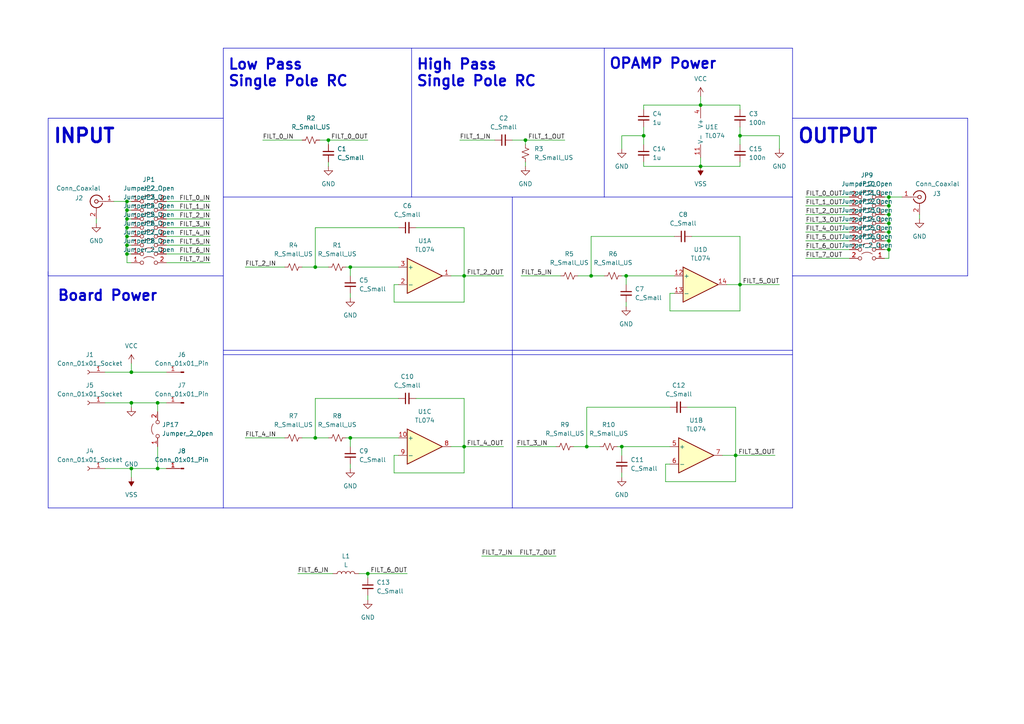
<source format=kicad_sch>
(kicad_sch (version 20230121) (generator eeschema)
  (paper "A4")
  (lib_symbols
    (symbol "Amplifier_Operational:TL074" (pin_names (offset 0.127))
      (property "Reference" "U" (at 0 5.08 0))
      (property "Value" "TL074" (at 0 -5.08 0))
      (symbol "TL074_1_1"
        (polyline (pts (xy -5.08 5.08) (xy 5.08 0) (xy -5.08 -5.08) (xy -5.08 5.08)) (stroke (width 0.254)) (fill (type background)))
        (pin output line (at 7.62 0 180) (length 2.54) (name "~") (number "1"))
        (pin input line (at -7.62 -2.54 0) (length 2.54) (name "-") (number "2"))
        (pin input line (at -7.62 2.54 0) (length 2.54) (name "+") (number "3"))
      )
      (symbol "TL074_2_1"
        (polyline (pts (xy -5.08 5.08) (xy 5.08 0) (xy -5.08 -5.08) (xy -5.08 5.08)) (stroke (width 0.254)) (fill (type background)))
        (pin input line (at -7.62 2.54 0) (length 2.54) (name "+") (number "5"))
        (pin input line (at -7.62 -2.54 0) (length 2.54) (name "-") (number "6"))
        (pin output line (at 7.62 0 180) (length 2.54) (name "~") (number "7"))
      )
      (symbol "TL074_3_1"
        (polyline (pts (xy -5.08 5.08) (xy 5.08 0) (xy -5.08 -5.08) (xy -5.08 5.08)) (stroke (width 0.254)) (fill (type background)))
        (pin input line (at -7.62 2.54 0) (length 2.54) (name "+") (number "10"))
        (pin output line (at 7.62 0 180) (length 2.54) (name "~") (number "8"))
        (pin input line (at -7.62 -2.54 0) (length 2.54) (name "-") (number "9"))
      )
      (symbol "TL074_4_1"
        (polyline (pts (xy -5.08 5.08) (xy 5.08 0) (xy -5.08 -5.08) (xy -5.08 5.08)) (stroke (width 0.254)) (fill (type background)))
        (pin input line (at -7.62 2.54 0) (length 2.54) (name "+") (number "12"))
        (pin input line (at -7.62 -2.54 0) (length 2.54) (name "-") (number "13"))
        (pin output line (at 7.62 0 180) (length 2.54) (name "~") (number "14"))
      )
      (symbol "TL074_5_1"
        (pin power_in line (at -2.54 -7.62 90) (length 3.81) (name "V-") (number "11"))
        (pin power_in line (at -2.54 7.62 270) (length 3.81) (name "V+") (number "4"))
      )
    )
    (symbol "Connector:Conn_01x01_Pin" (pin_names (offset 1.016) hide)
      (property "Reference" "J" (at 0 2.54 0))
      (property "Value" "Conn_01x01_Pin" (at 0 -2.54 0))
      (symbol "Conn_01x01_Pin_1_1"
        (polyline (pts (xy 1.27 0) (xy 0.8636 0)) (stroke (width 0.1524)))
        (rectangle (start 0.8636 0.127) (end 0 -0.127) (stroke (width 0.1524)) (fill (type outline)))
        (pin passive line (at 5.08 0 180) (length 3.81) (name "Pin_1") (number "1"))
      )
    )
    (symbol "Connector:Conn_01x01_Socket" (pin_names (offset 1.016) hide)
      (property "Reference" "J" (at 0 2.54 0))
      (property "Value" "Conn_01x01_Socket" (at 0 -2.54 0))
      (symbol "Conn_01x01_Socket_1_1"
        (polyline (pts (xy -1.27 0) (xy -0.508 0)) (stroke (width 0.1524)))
        (arc (start 0 0.508) (mid -0.5058 0) (end 0 -0.508) (stroke (width 0.1524)))
        (pin passive line (at -5.08 0 0) (length 3.81) (name "Pin_1") (number "1"))
      )
    )
    (symbol "Connector:Conn_Coaxial" (pin_names (offset 1.016) hide)
      (property "Reference" "J" (at 0.254 3.048 0))
      (property "Value" "Conn_Coaxial" (at 2.921 0 90))
      (symbol "Conn_Coaxial_0_1"
        (arc (start -1.778 -0.508) (mid 0.2311 -1.8066) (end 1.778 0) (stroke (width 0.254)))
        (polyline (pts (xy -2.54 0) (xy -0.508 0)))
        (polyline (pts (xy 0 -2.54) (xy 0 -1.778)))
        (circle (center 0 0) (radius 0.508) (stroke (width 0.2032)))
        (arc (start 1.778 0) (mid 0.2099 1.8101) (end -1.778 0.508) (stroke (width 0.254)))
      )
      (symbol "Conn_Coaxial_1_1"
        (pin passive line (at -5.08 0 0) (length 2.54) (name "In") (number "1"))
        (pin passive line (at 0 -5.08 90) (length 2.54) (name "Ext") (number "2"))
      )
    )
    (symbol "Device:C_Small" (pin_numbers hide) (pin_names (offset 0.254) hide)
      (property "Reference" "C" (at 0.254 1.778 0))
      (property "Value" "C_Small" (at 0.254 -2.032 0))
      (symbol "C_Small_0_1"
        (polyline (pts (xy -1.524 -0.508) (xy 1.524 -0.508)) (stroke (width 0.3302)))
        (polyline (pts (xy -1.524 0.508) (xy 1.524 0.508)) (stroke (width 0.3048)))
      )
      (symbol "C_Small_1_1"
        (pin passive line (at 0 2.54 270) (length 2.032) (name "~") (number "1"))
        (pin passive line (at 0 -2.54 90) (length 2.032) (name "~") (number "2"))
      )
    )
    (symbol "Device:L" (pin_numbers hide) (pin_names (offset 1.016) hide)
      (property "Reference" "L" (at -1.27 0 90))
      (property "Value" "L" (at 1.905 0 90))
      (symbol "L_0_1"
        (arc (start 0 -2.54) (mid 0.6323 -1.905) (end 0 -1.27))
        (arc (start 0 -1.27) (mid 0.6323 -0.635) (end 0 0))
        (arc (start 0 0) (mid 0.6323 0.635) (end 0 1.27))
        (arc (start 0 1.27) (mid 0.6323 1.905) (end 0 2.54))
      )
      (symbol "L_1_1"
        (pin passive line (at 0 3.81 270) (length 1.27) (name "1") (number "1"))
        (pin passive line (at 0 -3.81 90) (length 1.27) (name "2") (number "2"))
      )
    )
    (symbol "Device:R_Small_US" (pin_numbers hide) (pin_names (offset 0.254) hide)
      (property "Reference" "R" (at 0.762 0.508 0))
      (property "Value" "R_Small_US" (at 0.762 -1.016 0))
      (symbol "R_Small_US_1_1"
        (polyline (pts (xy 0 0) (xy 1.016 -0.381) (xy 0 -0.762) (xy -1.016 -1.143) (xy 0 -1.524)))
        (polyline (pts (xy 0 1.524) (xy 1.016 1.143) (xy 0 0.762) (xy -1.016 0.381) (xy 0 0)))
        (pin passive line (at 0 2.54 270) (length 1.016) (name "~") (number "1"))
        (pin passive line (at 0 -2.54 90) (length 1.016) (name "~") (number "2"))
      )
    )
    (symbol "Jumper:Jumper_2_Open" (pin_names (offset 0) hide)
      (property "Reference" "JP" (at 0 2.794 0))
      (property "Value" "Jumper_2_Open" (at 0 -2.286 0))
      (symbol "Jumper_2_Open_0_0"
        (circle (center -2.032 0) (radius 0.508))
        (circle (center 2.032 0) (radius 0.508))
      )
      (symbol "Jumper_2_Open_0_1"
        (arc (start 1.524 1.27) (mid 0 1.778) (end -1.524 1.27))
      )
      (symbol "Jumper_2_Open_1_1"
        (pin passive line (at -5.08 0 0) (length 2.54) (name "A") (number "1"))
        (pin passive line (at 5.08 0 180) (length 2.54) (name "B") (number "2"))
      )
    )
    (symbol "power:GND" (power) (pin_names (offset 0))
      (property "Value" "GND" (at 0 -3.81 0))
      (symbol "GND_0_1"
        (polyline (pts (xy 0 0) (xy 0 -1.27) (xy 1.27 -1.27) (xy 0 -2.54) (xy -1.27 -1.27) (xy 0 -1.27)))
      )
      (symbol "GND_1_1"
        (pin power_in line (at 0 0 270) (length 0) hide (name "GND") (number "1"))
      )
    )
    (symbol "power:VCC" (power) (pin_names (offset 0))
      (property "Value" "VCC" (at 0 3.81 0))
      (symbol "VCC_0_1"
        (polyline (pts (xy -0.762 1.27) (xy 0 2.54)))
        (polyline (pts (xy 0 0) (xy 0 2.54)))
        (polyline (pts (xy 0 2.54) (xy 0.762 1.27)))
      )
      (symbol "VCC_1_1"
        (pin power_in line (at 0 0 90) (length 0) hide (name "VCC") (number "1"))
      )
    )
    (symbol "power:VSS" (power) (pin_names (offset 0))
      (property "Value" "VSS" (at 0 3.81 0))
      (symbol "VSS_0_1"
        (polyline (pts (xy 0 0) (xy 0 2.54)))
        (polyline (pts (xy 0.762 1.27) (xy -0.762 1.27) (xy 0 2.54) (xy 0.762 1.27)) (fill (type outline)))
      )
      (symbol "VSS_1_1"
        (pin power_in line (at 0 0 90) (length 0) hide (name "VSS") (number "1"))
      )
    )
  )
  (junction (at 257.81 69.85))
  (junction (at 203.2 30.48))
  (junction (at 180.34 129.54))
  (junction (at 38.1 107.95))
  (junction (at 257.81 57.15))
  (junction (at 257.81 72.39))
  (junction (at 45.72 116.84))
  (junction (at 36.83 71.12))
  (junction (at 101.6 127))
  (junction (at 214.63 39.37))
  (junction (at 214.63 82.55))
  (junction (at 36.83 68.58))
  (junction (at 203.2 48.26))
  (junction (at 257.81 64.77))
  (junction (at 38.1 116.84))
  (junction (at 134.62 129.54))
  (junction (at 257.81 67.31))
  (junction (at 134.62 80.01))
  (junction (at 152.4 40.64))
  (junction (at 36.83 58.42))
  (junction (at 36.83 60.96))
  (junction (at 213.36 132.08))
  (junction (at 91.44 77.47))
  (junction (at 91.44 127))
  (junction (at 101.6 77.47))
  (junction (at 257.81 62.23))
  (junction (at 45.72 135.89))
  (junction (at 36.83 63.5))
  (junction (at 36.83 73.66))
  (junction (at 181.61 80.01))
  (junction (at 95.25 40.64))
  (junction (at 170.18 129.54))
  (junction (at 257.81 59.69))
  (junction (at 186.69 39.37))
  (junction (at 36.83 66.04))
  (junction (at 38.1 135.89))
  (junction (at 106.68 166.37))
  (junction (at 171.45 80.01))
  (wire (pts (xy 139.7 161.29) (xy 161.29 161.29)))
  (wire (pts (xy 257.81 59.69) (xy 256.54 59.69)))
  (wire (pts (xy 233.68 72.39) (xy 246.38 72.39)))
  (wire (pts (xy 226.06 39.37) (xy 214.63 39.37)))
  (wire (pts (xy 186.69 30.48) (xy 186.69 31.75)))
  (wire (pts (xy 60.96 66.04) (xy 48.26 66.04)))
  (wire (pts (xy 213.36 139.7) (xy 213.36 132.08)))
  (wire (pts (xy 226.06 43.18) (xy 226.06 39.37)))
  (wire (pts (xy 45.72 116.84) (xy 48.26 116.84)))
  (wire (pts (xy 152.4 46.99) (xy 152.4 48.26)))
  (wire (pts (xy 233.68 67.31) (xy 246.38 67.31)))
  (wire (pts (xy 106.68 166.37) (xy 118.11 166.37)))
  (wire (pts (xy 180.34 137.16) (xy 180.34 138.43)))
  (wire (pts (xy 71.12 127) (xy 82.55 127)))
  (wire (pts (xy 91.44 66.04) (xy 91.44 77.47)))
  (wire (pts (xy 36.83 58.42) (xy 36.83 60.96)))
  (wire (pts (xy 101.6 77.47) (xy 101.6 80.01)))
  (wire (pts (xy 257.81 64.77) (xy 256.54 64.77)))
  (polyline (pts (xy 229.87 147.32) (xy 229.87 80.01)))
  (wire (pts (xy 214.63 90.17) (xy 214.63 82.55)))
  (wire (pts (xy 203.2 30.48) (xy 214.63 30.48)))
  (wire (pts (xy 36.83 71.12) (xy 38.1 71.12)))
  (wire (pts (xy 133.35 40.64) (xy 143.51 40.64)))
  (wire (pts (xy 181.61 87.63) (xy 181.61 88.9)))
  (polyline (pts (xy 64.77 101.6) (xy 229.87 101.6)))
  (wire (pts (xy 180.34 43.18) (xy 180.34 39.37)))
  (wire (pts (xy 60.96 60.96) (xy 48.26 60.96)))
  (wire (pts (xy 100.33 77.47) (xy 101.6 77.47)))
  (wire (pts (xy 36.83 68.58) (xy 36.83 71.12)))
  (wire (pts (xy 233.68 64.77) (xy 246.38 64.77)))
  (wire (pts (xy 180.34 80.01) (xy 181.61 80.01)))
  (polyline (pts (xy 64.77 13.97) (xy 119.38 13.97)))
  (wire (pts (xy 200.66 68.58) (xy 214.63 68.58)))
  (wire (pts (xy 38.1 116.84) (xy 45.72 116.84)))
  (wire (pts (xy 180.34 39.37) (xy 186.69 39.37)))
  (wire (pts (xy 134.62 137.16) (xy 134.62 129.54)))
  (wire (pts (xy 36.83 71.12) (xy 36.83 73.66)))
  (polyline (pts (xy 13.97 147.32) (xy 13.97 78.74)))
  (wire (pts (xy 149.86 129.54) (xy 161.29 129.54)))
  (polyline (pts (xy 229.87 34.29) (xy 280.67 34.29)))
  (wire (pts (xy 195.58 68.58) (xy 171.45 68.58)))
  (wire (pts (xy 233.68 57.15) (xy 246.38 57.15)))
  (wire (pts (xy 214.63 82.55) (xy 226.06 82.55)))
  (wire (pts (xy 181.61 80.01) (xy 195.58 80.01)))
  (wire (pts (xy 36.83 60.96) (xy 38.1 60.96)))
  (wire (pts (xy 257.81 69.85) (xy 256.54 69.85)))
  (wire (pts (xy 180.34 129.54) (xy 194.31 129.54)))
  (wire (pts (xy 87.63 77.47) (xy 91.44 77.47)))
  (wire (pts (xy 203.2 27.94) (xy 203.2 30.48)))
  (wire (pts (xy 166.37 129.54) (xy 170.18 129.54)))
  (wire (pts (xy 214.63 39.37) (xy 214.63 41.91)))
  (polyline (pts (xy 64.77 102.87) (xy 229.87 102.87)))
  (wire (pts (xy 30.48 107.95) (xy 38.1 107.95)))
  (wire (pts (xy 101.6 127) (xy 115.57 127)))
  (wire (pts (xy 266.7 62.23) (xy 266.7 63.5)))
  (wire (pts (xy 257.81 64.77) (xy 257.81 67.31)))
  (wire (pts (xy 60.96 71.12) (xy 48.26 71.12)))
  (wire (pts (xy 92.71 40.64) (xy 95.25 40.64)))
  (wire (pts (xy 36.83 68.58) (xy 38.1 68.58)))
  (wire (pts (xy 33.02 58.42) (xy 36.83 58.42)))
  (wire (pts (xy 214.63 82.55) (xy 210.82 82.55)))
  (wire (pts (xy 45.72 129.54) (xy 45.72 135.89)))
  (wire (pts (xy 186.69 39.37) (xy 186.69 41.91)))
  (wire (pts (xy 71.12 77.47) (xy 82.55 77.47)))
  (wire (pts (xy 36.83 73.66) (xy 36.83 76.2)))
  (wire (pts (xy 115.57 66.04) (xy 91.44 66.04)))
  (wire (pts (xy 257.81 67.31) (xy 256.54 67.31)))
  (wire (pts (xy 115.57 82.55) (xy 114.3 82.55)))
  (wire (pts (xy 261.62 57.15) (xy 257.81 57.15)))
  (polyline (pts (xy 119.38 13.97) (xy 175.26 13.97)))
  (wire (pts (xy 91.44 115.57) (xy 91.44 127)))
  (wire (pts (xy 30.48 116.84) (xy 38.1 116.84)))
  (wire (pts (xy 257.81 69.85) (xy 257.81 72.39)))
  (wire (pts (xy 152.4 40.64) (xy 163.83 40.64)))
  (wire (pts (xy 60.96 68.58) (xy 48.26 68.58)))
  (wire (pts (xy 114.3 137.16) (xy 134.62 137.16)))
  (wire (pts (xy 36.83 63.5) (xy 38.1 63.5)))
  (wire (pts (xy 151.13 80.01) (xy 162.56 80.01)))
  (wire (pts (xy 257.81 74.93) (xy 256.54 74.93)))
  (wire (pts (xy 186.69 36.83) (xy 186.69 39.37)))
  (polyline (pts (xy 175.26 13.97) (xy 175.26 57.15)))
  (wire (pts (xy 100.33 127) (xy 101.6 127)))
  (wire (pts (xy 38.1 107.95) (xy 38.1 105.41)))
  (wire (pts (xy 106.68 167.64) (xy 106.68 166.37)))
  (wire (pts (xy 36.83 58.42) (xy 38.1 58.42)))
  (wire (pts (xy 179.07 129.54) (xy 180.34 129.54)))
  (wire (pts (xy 233.68 59.69) (xy 246.38 59.69)))
  (wire (pts (xy 120.65 115.57) (xy 134.62 115.57)))
  (polyline (pts (xy 64.77 147.32) (xy 13.97 147.32)))
  (polyline (pts (xy 229.87 34.29) (xy 229.87 80.01)))
  (polyline (pts (xy 148.59 57.15) (xy 148.59 147.32)))
  (wire (pts (xy 120.65 66.04) (xy 134.62 66.04)))
  (polyline (pts (xy 148.59 147.32) (xy 64.77 147.32)))
  (wire (pts (xy 214.63 68.58) (xy 214.63 82.55)))
  (wire (pts (xy 152.4 41.91) (xy 152.4 40.64)))
  (polyline (pts (xy 175.26 57.15) (xy 119.38 57.15)))
  (wire (pts (xy 134.62 115.57) (xy 134.62 129.54)))
  (wire (pts (xy 257.81 72.39) (xy 256.54 72.39)))
  (wire (pts (xy 134.62 129.54) (xy 130.81 129.54)))
  (wire (pts (xy 114.3 87.63) (xy 134.62 87.63)))
  (wire (pts (xy 114.3 82.55) (xy 114.3 87.63)))
  (wire (pts (xy 148.59 40.64) (xy 152.4 40.64)))
  (wire (pts (xy 101.6 134.62) (xy 101.6 135.89)))
  (wire (pts (xy 214.63 48.26) (xy 203.2 48.26)))
  (wire (pts (xy 115.57 115.57) (xy 91.44 115.57)))
  (wire (pts (xy 257.81 57.15) (xy 256.54 57.15)))
  (polyline (pts (xy 229.87 13.97) (xy 229.87 34.29)))
  (wire (pts (xy 181.61 80.01) (xy 181.61 82.55)))
  (polyline (pts (xy 175.26 57.15) (xy 229.87 57.15)))
  (wire (pts (xy 195.58 85.09) (xy 194.31 85.09)))
  (wire (pts (xy 257.81 62.23) (xy 257.81 64.77)))
  (polyline (pts (xy 175.26 13.97) (xy 229.87 13.97)))
  (wire (pts (xy 36.83 73.66) (xy 38.1 73.66)))
  (polyline (pts (xy 13.97 80.01) (xy 13.97 34.29)))
  (wire (pts (xy 134.62 80.01) (xy 130.81 80.01)))
  (wire (pts (xy 257.81 57.15) (xy 257.81 59.69)))
  (polyline (pts (xy 64.77 34.29) (xy 64.77 13.97)))
  (polyline (pts (xy 64.77 147.32) (xy 64.77 80.01)))
  (wire (pts (xy 27.94 63.5) (xy 27.94 64.77)))
  (wire (pts (xy 38.1 135.89) (xy 45.72 135.89)))
  (polyline (pts (xy 13.97 34.29) (xy 15.24 34.29)))
  (wire (pts (xy 199.39 118.11) (xy 213.36 118.11)))
  (wire (pts (xy 45.72 116.84) (xy 45.72 119.38)))
  (wire (pts (xy 134.62 66.04) (xy 134.62 80.01)))
  (polyline (pts (xy 148.59 147.32) (xy 229.87 147.32)))
  (wire (pts (xy 170.18 118.11) (xy 170.18 129.54)))
  (wire (pts (xy 106.68 172.72) (xy 106.68 173.99)))
  (wire (pts (xy 194.31 118.11) (xy 170.18 118.11)))
  (wire (pts (xy 36.83 66.04) (xy 38.1 66.04)))
  (wire (pts (xy 257.81 59.69) (xy 257.81 62.23)))
  (wire (pts (xy 167.64 80.01) (xy 171.45 80.01)))
  (wire (pts (xy 214.63 30.48) (xy 214.63 31.75)))
  (wire (pts (xy 101.6 77.47) (xy 115.57 77.47)))
  (wire (pts (xy 171.45 80.01) (xy 175.26 80.01)))
  (wire (pts (xy 60.96 76.2) (xy 48.26 76.2)))
  (polyline (pts (xy 280.67 80.01) (xy 229.87 80.01)))
  (wire (pts (xy 87.63 127) (xy 91.44 127)))
  (wire (pts (xy 193.04 134.62) (xy 193.04 139.7)))
  (wire (pts (xy 180.34 129.54) (xy 180.34 132.08)))
  (wire (pts (xy 257.81 72.39) (xy 257.81 74.93)))
  (polyline (pts (xy 15.24 34.29) (xy 64.77 34.29)))
  (wire (pts (xy 95.25 46.99) (xy 95.25 48.26)))
  (wire (pts (xy 186.69 46.99) (xy 186.69 48.26)))
  (wire (pts (xy 36.83 66.04) (xy 36.83 68.58)))
  (wire (pts (xy 186.69 30.48) (xy 203.2 30.48)))
  (wire (pts (xy 91.44 77.47) (xy 95.25 77.47)))
  (wire (pts (xy 115.57 132.08) (xy 114.3 132.08)))
  (polyline (pts (xy 119.38 13.97) (xy 119.38 57.15)))
  (wire (pts (xy 95.25 41.91) (xy 95.25 40.64)))
  (wire (pts (xy 233.68 74.93) (xy 246.38 74.93)))
  (wire (pts (xy 76.2 40.64) (xy 87.63 40.64)))
  (wire (pts (xy 213.36 118.11) (xy 213.36 132.08)))
  (wire (pts (xy 38.1 116.84) (xy 38.1 118.11)))
  (wire (pts (xy 60.96 73.66) (xy 48.26 73.66)))
  (polyline (pts (xy 280.67 34.29) (xy 280.67 80.01)))
  (wire (pts (xy 193.04 139.7) (xy 213.36 139.7)))
  (wire (pts (xy 257.81 67.31) (xy 257.81 69.85)))
  (wire (pts (xy 233.68 62.23) (xy 246.38 62.23)))
  (wire (pts (xy 36.83 76.2) (xy 38.1 76.2)))
  (wire (pts (xy 30.48 135.89) (xy 38.1 135.89)))
  (wire (pts (xy 214.63 39.37) (xy 214.63 36.83)))
  (wire (pts (xy 36.83 60.96) (xy 36.83 63.5)))
  (wire (pts (xy 86.36 166.37) (xy 96.52 166.37)))
  (wire (pts (xy 213.36 132.08) (xy 224.79 132.08)))
  (wire (pts (xy 114.3 132.08) (xy 114.3 137.16)))
  (wire (pts (xy 91.44 127) (xy 95.25 127)))
  (wire (pts (xy 60.96 63.5) (xy 48.26 63.5)))
  (wire (pts (xy 194.31 134.62) (xy 193.04 134.62)))
  (wire (pts (xy 213.36 132.08) (xy 209.55 132.08)))
  (wire (pts (xy 36.83 63.5) (xy 36.83 66.04)))
  (wire (pts (xy 38.1 138.43) (xy 38.1 135.89)))
  (wire (pts (xy 203.2 48.26) (xy 186.69 48.26)))
  (polyline (pts (xy 64.77 80.01) (xy 13.97 80.01)))
  (wire (pts (xy 170.18 129.54) (xy 173.99 129.54)))
  (wire (pts (xy 134.62 129.54) (xy 146.05 129.54)))
  (wire (pts (xy 101.6 85.09) (xy 101.6 86.36)))
  (wire (pts (xy 194.31 85.09) (xy 194.31 90.17)))
  (polyline (pts (xy 64.77 34.29) (xy 64.77 80.01)))
  (polyline (pts (xy 119.38 57.15) (xy 64.77 57.15)))
  (wire (pts (xy 257.81 62.23) (xy 256.54 62.23)))
  (wire (pts (xy 171.45 68.58) (xy 171.45 80.01)))
  (wire (pts (xy 45.72 135.89) (xy 48.26 135.89)))
  (wire (pts (xy 60.96 58.42) (xy 48.26 58.42)))
  (wire (pts (xy 134.62 87.63) (xy 134.62 80.01)))
  (wire (pts (xy 95.25 40.64) (xy 106.68 40.64)))
  (wire (pts (xy 38.1 107.95) (xy 48.26 107.95)))
  (wire (pts (xy 134.62 80.01) (xy 146.05 80.01)))
  (wire (pts (xy 104.14 166.37) (xy 106.68 166.37)))
  (wire (pts (xy 233.68 69.85) (xy 246.38 69.85)))
  (wire (pts (xy 194.31 90.17) (xy 214.63 90.17)))
  (wire (pts (xy 214.63 46.99) (xy 214.63 48.26)))
  (wire (pts (xy 203.2 45.72) (xy 203.2 48.26)))
  (wire (pts (xy 101.6 127) (xy 101.6 129.54)))
  (text "High Pass\nSingle Pole RC" (at 120.65 25.4 0) (effects (font (size 3 3) bold) (justify left bottom)))
  (text "Low Pass\nSingle Pole RC" (at 66.04 25.4 0) (effects (font (size 3 3) bold) (justify left bottom)))
  (text "OPAMP Power" (at 176.53 20.32 0) (effects (font (size 3 3) (thickness 0.6) bold) (justify left bottom)))
  (text "OUTPUT" (at 231.14 41.91 0) (effects (font (size 4 4) (thickness 0.8) bold) (justify left bottom)))
  (text "Board Power" (at 16.51 87.63 0) (effects (font (size 3 3) bold) (justify left bottom)))
  (text "INPUT" (at 15.24 41.91 0) (effects (font (size 4 4) (thickness 0.8) bold) (justify left bottom)))
  (label "FILT_6_IN" (at 86.36 166.37 0))
  (label "FILT_7_IN" (at 60.96 76.2 180))
  (label "FILT_3_IN" (at 149.86 129.54 0))
  (label "FILT_2_IN" (at 71.12 77.47 0))
  (label "FILT_5_OUT" (at 226.06 82.55 180))
  (label "FILT_5_IN" (at 151.13 80.01 0))
  (label "FILT_0_IN" (at 76.2 40.64 0))
  (label "FILT_4_IN" (at 71.12 127 0))
  (label "FILT_6_IN" (at 60.96 73.66 180))
  (label "FILT_3_OUT" (at 233.68 64.77 0))
  (label "FILT_7_IN" (at 139.7 161.29 0))
  (label "FILT_1_IN" (at 133.35 40.64 0))
  (label "FILT_4_OUT" (at 146.05 129.54 180))
  (label "FILT_4_IN" (at 60.96 68.58 180))
  (label "FILT_6_OUT" (at 233.68 72.39 0))
  (label "FILT_2_OUT" (at 146.05 80.01 180))
  (label "FILT_2_OUT" (at 233.68 62.23 0))
  (label "FILT_5_OUT" (at 233.68 69.85 0))
  (label "FILT_6_OUT" (at 118.11 166.37 180))
  (label "FILT_1_OUT" (at 233.68 59.69 0))
  (label "FILT_0_IN" (at 60.96 58.42 180))
  (label "FILT_3_OUT" (at 224.79 132.08 180))
  (label "FILT_1_OUT" (at 163.83 40.64 180))
  (label "FILT_5_IN" (at 60.96 71.12 180))
  (label "FILT_2_IN" (at 60.96 63.5 180))
  (label "FILT_3_IN" (at 60.96 66.04 180))
  (label "FILT_1_IN" (at 60.96 60.96 180))
  (label "FILT_4_OUT" (at 233.68 67.31 0))
  (label "FILT_0_OUT" (at 106.68 40.64 180))
  (label "FILT_7_OUT" (at 233.68 74.93 0))
  (label "FILT_7_OUT" (at 161.29 161.29 180))
  (label "FILT_0_OUT" (at 233.68 57.15 0))
  (symbol (lib_id "power:GND") (at 266.7 63.5 0) (mirror y) (unit 1)
    (property "Reference" "#PWR05" (effects hide))
    (property "Value" "GND" (at 266.7 68.58 0))
  )
  (symbol (lib_id "Device:C_Small") (at 181.61 85.09 0) (unit 1)
    (property "Reference" "C7" (at 184.15 83.8263 0) (effects (justify left)))
    (property "Value" "C_Small" (at 184.15 86.3663 0) (effects (justify left)))
    (property "Footprint" "Capacitor_SMD:C_1206_3216Metric_Pad1.33x1.80mm_HandSolder" (effects hide))
  )
  (symbol (lib_id "Device:R_Small_US") (at 85.09 77.47 90) (unit 1)
    (property "Reference" "R4" (at 85.09 71.12 90))
    (property "Value" "R_Small_US" (at 85.09 73.66 90))
    (property "Footprint" "Resistor_SMD:R_1206_3216Metric_Pad1.30x1.75mm_HandSolder" (effects hide))
  )
  (symbol (lib_id "Device:R_Small_US") (at 152.4 44.45 0) (unit 1)
    (property "Reference" "R3" (at 154.94 43.18 0) (effects (justify left)))
    (property "Value" "R_Small_US" (at 154.94 45.72 0) (effects (justify left)))
    (property "Footprint" "Resistor_SMD:R_1206_3216Metric_Pad1.30x1.75mm_HandSolder" (effects hide))
  )
  (symbol (lib_id "Jumper:Jumper_2_Open") (at 251.46 69.85 0) (mirror y) (unit 1)
    (property "Reference" "JP14" (at 251.46 63.5 0))
    (property "Value" "Jumper_2_Open" (at 251.46 66.04 0))
    (property "Footprint" "Connector_PinSocket_2.54mm:PinSocket_1x02_P2.54mm_Vertical" (effects hide))
  )
  (symbol (lib_id "Connector:Conn_01x01_Pin") (at 53.34 116.84 180) (unit 1)
    (property "Reference" "J7" (at 52.705 111.76 0))
    (property "Value" "Conn_01x01_Pin" (at 52.705 114.3 0))
    (property "Footprint" "Connector_PinSocket_2.54mm:PinSocket_1x01_P2.54mm_Vertical" (effects hide))
  )
  (symbol (lib_id "power:GND") (at 101.6 86.36 0) (unit 1)
    (property "Reference" "#PWR010" (effects hide))
    (property "Value" "GND" (at 101.6 91.44 0))
  )
  (symbol (lib_id "Jumper:Jumper_2_Open") (at 251.46 57.15 0) (mirror y) (unit 1)
    (property "Reference" "JP9" (at 251.46 50.8 0))
    (property "Value" "Jumper_2_Open" (at 251.46 53.34 0))
    (property "Footprint" "Connector_PinSocket_2.54mm:PinSocket_1x02_P2.54mm_Vertical" (effects hide))
  )
  (symbol (lib_id "Device:C_Small") (at 118.11 66.04 90) (unit 1)
    (property "Reference" "C6" (at 118.1163 59.69 90))
    (property "Value" "C_Small" (at 118.1163 62.23 90))
    (property "Footprint" "Capacitor_SMD:C_1206_3216Metric_Pad1.33x1.80mm_HandSolder" (effects hide))
  )
  (symbol (lib_id "Connector:Conn_Coaxial") (at 27.94 58.42 0) (mirror y) (unit 1)
    (property "Reference" "J2" (at 24.13 57.4432 0) (effects (justify left)))
    (property "Value" "Conn_Coaxial" (at 29.21 54.61 0) (effects (justify left)))
    (property "Footprint" "ADS8584SIPM:BNC_THT" (effects hide))
    (property "Datasheet" " ~" (effects hide))
  )
  (symbol (lib_id "Jumper:Jumper_2_Open") (at 43.18 60.96 0) (unit 1)
    (property "Reference" "JP2" (at 43.18 54.61 0))
    (property "Value" "Jumper_2_Open" (at 43.18 57.15 0))
    (property "Footprint" "Connector_PinSocket_2.54mm:PinSocket_1x02_P2.54mm_Vertical" (effects hide))
  )
  (symbol (lib_id "power:VSS") (at 38.1 138.43 180) (unit 1)
    (property "Reference" "#PWR07" (effects hide))
    (property "Value" "VSS" (at 38.1 143.51 0))
  )
  (symbol (lib_id "Connector:Conn_01x01_Socket") (at 25.4 116.84 180) (unit 1)
    (property "Reference" "J5" (at 26.035 111.76 0))
    (property "Value" "Conn_01x01_Socket" (at 26.035 114.3 0))
    (property "Footprint" "BANDIT_PCB_Lib:Keystone 575 Banana" (effects hide))
  )
  (symbol (lib_id "Device:C_Small") (at 214.63 34.29 0) (unit 1)
    (property "Reference" "C3" (at 217.17 33.0263 0) (effects (justify left)))
    (property "Value" "100n" (at 217.17 35.5663 0) (effects (justify left)))
    (property "Footprint" "Capacitor_SMD:C_0805_2012Metric_Pad1.18x1.45mm_HandSolder" (effects hide))
  )
  (symbol (lib_id "power:VCC") (at 203.2 27.94 0) (unit 1)
    (property "Reference" "#PWR08" (effects hide))
    (property "Value" "VCC" (at 203.2 22.86 0))
  )
  (symbol (lib_id "Amplifier_Operational:TL074") (at 123.19 129.54 0) (unit 3)
    (property "Reference" "U1" (at 123.19 119.38 0))
    (property "Value" "TL074" (at 123.19 121.92 0))
    (property "Footprint" "BANDIT_PCB_Lib:SOT23 Thin 14" (effects hide))
    (property "Datasheet" "http://www.ti.com/lit/ds/symlink/tl071.pdf" (effects hide))
  )
  (symbol (lib_id "Jumper:Jumper_2_Open") (at 43.18 71.12 0) (unit 1)
    (property "Reference" "JP6" (at 43.18 64.77 0))
    (property "Value" "Jumper_2_Open" (at 43.18 67.31 0))
    (property "Footprint" "Connector_PinSocket_2.54mm:PinSocket_1x02_P2.54mm_Vertical" (effects hide))
  )
  (symbol (lib_id "Device:C_Small") (at 186.69 34.29 0) (unit 1)
    (property "Reference" "C4" (at 189.23 33.0263 0) (effects (justify left)))
    (property "Value" "1u" (at 189.23 35.5663 0) (effects (justify left)))
    (property "Footprint" "Capacitor_SMD:C_0805_2012Metric_Pad1.18x1.45mm_HandSolder" (effects hide))
  )
  (symbol (lib_id "Device:R_Small_US") (at 85.09 127 90) (unit 1)
    (property "Reference" "R7" (at 85.09 120.65 90))
    (property "Value" "R_Small_US" (at 85.09 123.19 90))
    (property "Footprint" "Resistor_SMD:R_1206_3216Metric_Pad1.30x1.75mm_HandSolder" (effects hide))
  )
  (symbol (lib_id "Jumper:Jumper_2_Open") (at 45.72 124.46 90) (unit 1)
    (property "Reference" "JP17" (at 46.99 123.19 90) (effects (justify right)))
    (property "Value" "Jumper_2_Open" (at 46.99 125.73 90) (effects (justify right)))
    (property "Footprint" "Connector_PinSocket_2.54mm:PinSocket_1x02_P2.54mm_Vertical" (effects hide))
  )
  (symbol (lib_id "Jumper:Jumper_2_Open") (at 251.46 64.77 0) (mirror y) (unit 1)
    (property "Reference" "JP12" (at 251.46 58.42 0))
    (property "Value" "Jumper_2_Open" (at 251.46 60.96 0))
    (property "Footprint" "Connector_PinSocket_2.54mm:PinSocket_1x02_P2.54mm_Vertical" (effects hide))
  )
  (symbol (lib_id "Jumper:Jumper_2_Open") (at 43.18 63.5 0) (unit 1)
    (property "Reference" "JP3" (at 43.18 57.15 0))
    (property "Value" "Jumper_2_Open" (at 43.18 59.69 0))
    (property "Footprint" "Connector_PinSocket_2.54mm:PinSocket_1x02_P2.54mm_Vertical" (effects hide))
  )
  (symbol (lib_id "Device:C_Small") (at 101.6 132.08 0) (unit 1)
    (property "Reference" "C9" (at 104.14 130.8163 0) (effects (justify left)))
    (property "Value" "C_Small" (at 104.14 133.3563 0) (effects (justify left)))
    (property "Footprint" "Capacitor_SMD:C_1206_3216Metric_Pad1.33x1.80mm_HandSolder" (effects hide))
  )
  (symbol (lib_id "power:GND") (at 152.4 48.26 0) (unit 1)
    (property "Reference" "#PWR04" (effects hide))
    (property "Value" "GND" (at 152.4 53.34 0))
  )
  (symbol (lib_id "Device:R_Small_US") (at 176.53 129.54 90) (unit 1)
    (property "Reference" "R10" (at 176.53 123.19 90))
    (property "Value" "R_Small_US" (at 176.53 125.73 90))
    (property "Footprint" "Resistor_SMD:R_1206_3216Metric_Pad1.30x1.75mm_HandSolder" (effects hide))
  )
  (symbol (lib_id "Jumper:Jumper_2_Open") (at 251.46 72.39 0) (mirror y) (unit 1)
    (property "Reference" "JP15" (at 251.46 66.04 0))
    (property "Value" "Jumper_2_Open" (at 251.46 68.58 0))
    (property "Footprint" "Connector_PinSocket_2.54mm:PinSocket_1x02_P2.54mm_Vertical" (effects hide))
  )
  (symbol (lib_id "Device:R_Small_US") (at 163.83 129.54 90) (unit 1)
    (property "Reference" "R9" (at 163.83 123.19 90))
    (property "Value" "R_Small_US" (at 163.83 125.73 90))
    (property "Footprint" "Resistor_SMD:R_1206_3216Metric_Pad1.30x1.75mm_HandSolder" (effects hide))
  )
  (symbol (lib_id "Jumper:Jumper_2_Open") (at 251.46 59.69 0) (mirror y) (unit 1)
    (property "Reference" "JP10" (at 251.46 53.34 0))
    (property "Value" "Jumper_2_Open" (at 251.46 55.88 0))
    (property "Footprint" "Connector_PinSocket_2.54mm:PinSocket_1x02_P2.54mm_Vertical" (effects hide))
  )
  (symbol (lib_id "Device:L") (at 100.33 166.37 90) (unit 1)
    (property "Reference" "L1" (at 100.33 161.29 90))
    (property "Value" "L" (at 100.33 163.83 90))
    (property "Footprint" "Inductor_THT:L_Axial_L5.3mm_D2.2mm_P7.62mm_Horizontal_Vishay_IM-1" (effects hide))
  )
  (symbol (lib_id "Device:R_Small_US") (at 97.79 77.47 90) (unit 1)
    (property "Reference" "R1" (at 97.79 71.12 90))
    (property "Value" "R_Small_US" (at 97.79 73.66 90))
    (property "Footprint" "Resistor_SMD:R_1206_3216Metric_Pad1.30x1.75mm_HandSolder" (effects hide))
  )
  (symbol (lib_id "Connector:Conn_01x01_Pin") (at 53.34 135.89 180) (unit 1)
    (property "Reference" "J8" (at 52.705 130.81 0))
    (property "Value" "Conn_01x01_Pin" (at 52.705 133.35 0))
    (property "Footprint" "Connector_PinSocket_2.54mm:PinSocket_1x01_P2.54mm_Vertical" (effects hide))
  )
  (symbol (lib_id "Device:C_Small") (at 196.85 118.11 90) (unit 1)
    (property "Reference" "C12" (at 196.8563 111.76 90))
    (property "Value" "C_Small" (at 196.8563 114.3 90))
    (property "Footprint" "Capacitor_SMD:C_1206_3216Metric_Pad1.33x1.80mm_HandSolder" (effects hide))
  )
  (symbol (lib_id "Jumper:Jumper_2_Open") (at 251.46 67.31 0) (mirror y) (unit 1)
    (property "Reference" "JP13" (at 251.46 60.96 0))
    (property "Value" "Jumper_2_Open" (at 251.46 63.5 0))
    (property "Footprint" "Connector_PinSocket_2.54mm:PinSocket_1x02_P2.54mm_Vertical" (effects hide))
  )
  (symbol (lib_id "Connector:Conn_01x01_Socket") (at 25.4 107.95 180) (unit 1)
    (property "Reference" "J1" (at 26.035 102.87 0))
    (property "Value" "Conn_01x01_Socket" (at 26.035 105.41 0))
    (property "Footprint" "BANDIT_PCB_Lib:Keystone 575 Banana" (effects hide))
  )
  (symbol (lib_id "Device:C_Small") (at 214.63 44.45 0) (unit 1)
    (property "Reference" "C15" (at 217.17 43.1863 0) (effects (justify left)))
    (property "Value" "100n" (at 217.17 45.7263 0) (effects (justify left)))
    (property "Footprint" "Capacitor_SMD:C_0805_2012Metric_Pad1.18x1.45mm_HandSolder" (effects hide))
  )
  (symbol (lib_id "power:GND") (at 95.25 48.26 0) (unit 1)
    (property "Reference" "#PWR03" (effects hide))
    (property "Value" "GND" (at 95.25 53.34 0))
  )
  (symbol (lib_id "power:GND") (at 106.68 173.99 0) (unit 1)
    (property "Reference" "#PWR014" (effects hide))
    (property "Value" "GND" (at 106.68 179.07 0))
  )
  (symbol (lib_id "power:GND") (at 101.6 135.89 0) (unit 1)
    (property "Reference" "#PWR012" (effects hide))
    (property "Value" "GND" (at 101.6 140.97 0))
  )
  (symbol (lib_id "Device:R_Small_US") (at 165.1 80.01 90) (unit 1)
    (property "Reference" "R5" (at 165.1 73.66 90))
    (property "Value" "R_Small_US" (at 165.1 76.2 90))
    (property "Footprint" "Resistor_SMD:R_1206_3216Metric_Pad1.30x1.75mm_HandSolder" (effects hide))
  )
  (symbol (lib_id "Connector:Conn_01x01_Pin") (at 53.34 107.95 180) (unit 1)
    (property "Reference" "J6" (at 52.705 102.87 0))
    (property "Value" "Conn_01x01_Pin" (at 52.705 105.41 0))
    (property "Footprint" "Connector_PinSocket_2.54mm:PinSocket_1x01_P2.54mm_Vertical" (effects hide))
  )
  (symbol (lib_id "Device:C_Small") (at 146.05 40.64 90) (unit 1)
    (property "Reference" "C2" (at 146.0563 34.29 90))
    (property "Value" "C_Small" (at 146.0563 36.83 90))
    (property "Footprint" "Capacitor_SMD:C_1206_3216Metric_Pad1.33x1.80mm_HandSolder" (effects hide))
  )
  (symbol (lib_id "Device:C_Small") (at 101.6 82.55 0) (unit 1)
    (property "Reference" "C5" (at 104.14 81.2863 0) (effects (justify left)))
    (property "Value" "C_Small" (at 104.14 83.8263 0) (effects (justify left)))
    (property "Footprint" "Capacitor_SMD:C_1206_3216Metric_Pad1.33x1.80mm_HandSolder" (effects hide))
  )
  (symbol (lib_id "Jumper:Jumper_2_Open") (at 43.18 66.04 0) (unit 1)
    (property "Reference" "JP4" (at 43.18 59.69 0))
    (property "Value" "Jumper_2_Open" (at 43.18 62.23 0))
    (property "Footprint" "Connector_PinSocket_2.54mm:PinSocket_1x02_P2.54mm_Vertical" (effects hide))
  )
  (symbol (lib_id "Device:C_Small") (at 118.11 115.57 90) (unit 1)
    (property "Reference" "C10" (at 118.1163 109.22 90))
    (property "Value" "C_Small" (at 118.1163 111.76 90))
    (property "Footprint" "Capacitor_SMD:C_1206_3216Metric_Pad1.33x1.80mm_HandSolder" (effects hide))
  )
  (symbol (lib_id "Connector:Conn_Coaxial") (at 266.7 57.15 0) (unit 1)
    (property "Reference" "J3" (at 270.51 56.1732 0) (effects (justify left)))
    (property "Value" "Conn_Coaxial" (at 265.43 53.34 0) (effects (justify left)))
    (property "Footprint" "ADS8584SIPM:BNC_THT" (effects hide))
    (property "Datasheet" " ~" (effects hide))
  )
  (symbol (lib_id "Jumper:Jumper_2_Open") (at 43.18 76.2 0) (unit 1)
    (property "Reference" "JP8" (at 43.18 69.85 0))
    (property "Value" "Jumper_2_Open" (at 43.18 72.39 0))
    (property "Footprint" "Connector_PinSocket_2.54mm:PinSocket_1x02_P2.54mm_Vertical" (effects hide))
  )
  (symbol (lib_id "Device:R_Small_US") (at 97.79 127 90) (unit 1)
    (property "Reference" "R8" (at 97.79 120.65 90))
    (property "Value" "R_Small_US" (at 97.79 123.19 90))
    (property "Footprint" "Resistor_SMD:R_1206_3216Metric_Pad1.30x1.75mm_HandSolder" (effects hide))
  )
  (symbol (lib_id "Jumper:Jumper_2_Open") (at 43.18 58.42 0) (unit 1)
    (property "Reference" "JP1" (at 43.18 52.07 0))
    (property "Value" "Jumper_2_Open" (at 43.18 54.61 0))
    (property "Footprint" "Connector_PinSocket_2.54mm:PinSocket_1x02_P2.54mm_Vertical" (effects hide))
  )
  (symbol (lib_id "power:VCC") (at 38.1 105.41 0) (unit 1)
    (property "Reference" "#PWR02" (effects hide))
    (property "Value" "VCC" (at 38.1 100.33 0))
  )
  (symbol (lib_id "Device:C_Small") (at 95.25 44.45 0) (unit 1)
    (property "Reference" "C1" (at 97.79 43.1863 0) (effects (justify left)))
    (property "Value" "C_Small" (at 97.79 45.7263 0) (effects (justify left)))
    (property "Footprint" "Capacitor_SMD:C_1206_3216Metric_Pad1.33x1.80mm_HandSolder" (effects hide))
  )
  (symbol (lib_id "Amplifier_Operational:TL074") (at 201.93 132.08 0) (unit 2)
    (property "Reference" "U1" (at 201.93 121.92 0))
    (property "Value" "TL074" (at 201.93 124.46 0))
    (property "Footprint" "BANDIT_PCB_Lib:SOT23 Thin 14" (effects hide))
    (property "Datasheet" "http://www.ti.com/lit/ds/symlink/tl071.pdf" (effects hide))
  )
  (symbol (lib_id "Jumper:Jumper_2_Open") (at 251.46 62.23 0) (mirror y) (unit 1)
    (property "Reference" "JP11" (at 251.46 55.88 0))
    (property "Value" "Jumper_2_Open" (at 251.46 58.42 0))
    (property "Footprint" "Connector_PinSocket_2.54mm:PinSocket_1x02_P2.54mm_Vertical" (effects hide))
  )
  (symbol (lib_id "power:GND") (at 180.34 43.18 0) (unit 1)
    (property "Reference" "#PWR015" (effects hide))
    (property "Value" "GND" (at 180.34 48.26 0))
  )
  (symbol (lib_id "Amplifier_Operational:TL074") (at 205.74 38.1 0) (unit 5)
    (property "Reference" "U1" (at 204.47 36.83 0) (effects (justify left)))
    (property "Value" "TL074" (at 204.47 39.37 0) (effects (justify left)))
    (property "Footprint" "BANDIT_PCB_Lib:SOT23 Thin 14" (effects hide))
    (property "Datasheet" "http://www.ti.com/lit/ds/symlink/tl071.pdf" (effects hide))
  )
  (symbol (lib_id "power:GND") (at 226.06 43.18 0) (unit 1)
    (property "Reference" "#PWR016" (effects hide))
    (property "Value" "GND" (at 226.06 48.26 0))
  )
  (symbol (lib_id "power:GND") (at 27.94 64.77 0) (unit 1)
    (property "Reference" "#PWR01" (effects hide))
    (property "Value" "GND" (at 27.94 69.85 0))
  )
  (symbol (lib_id "Jumper:Jumper_2_Open") (at 251.46 74.93 0) (mirror y) (unit 1)
    (property "Reference" "JP16" (at 251.46 68.58 0))
    (property "Value" "Jumper_2_Open" (at 251.46 71.12 0))
    (property "Footprint" "Connector_PinSocket_2.54mm:PinSocket_1x02_P2.54mm_Vertical" (effects hide))
  )
  (symbol (lib_id "Device:C_Small") (at 198.12 68.58 90) (unit 1)
    (property "Reference" "C8" (at 198.1263 62.23 90))
    (property "Value" "C_Small" (at 198.1263 64.77 90))
    (property "Footprint" "Capacitor_SMD:C_1206_3216Metric_Pad1.33x1.80mm_HandSolder" (effects hide))
  )
  (symbol (lib_id "power:VSS") (at 203.2 48.26 180) (unit 1)
    (property "Reference" "#PWR09" (effects hide))
    (property "Value" "VSS" (at 203.2 53.34 0))
  )
  (symbol (lib_id "Jumper:Jumper_2_Open") (at 43.18 68.58 0) (unit 1)
    (property "Reference" "JP5" (at 43.18 62.23 0))
    (property "Value" "Jumper_2_Open" (at 43.18 64.77 0))
    (property "Footprint" "Connector_PinSocket_2.54mm:PinSocket_1x02_P2.54mm_Vertical" (effects hide))
  )
  (symbol (lib_id "Connector:Conn_01x01_Socket") (at 25.4 135.89 180) (unit 1)
    (property "Reference" "J4" (at 26.035 130.81 0))
    (property "Value" "Conn_01x01_Socket" (at 26.035 133.35 0))
    (property "Footprint" "BANDIT_PCB_Lib:Keystone 575 Banana" (effects hide))
  )
  (symbol (lib_id "Device:R_Small_US") (at 177.8 80.01 90) (unit 1)
    (property "Reference" "R6" (at 177.8 73.66 90))
    (property "Value" "R_Small_US" (at 177.8 76.2 90))
    (property "Footprint" "Resistor_SMD:R_1206_3216Metric_Pad1.30x1.75mm_HandSolder" (effects hide))
  )
  (symbol (lib_id "power:GND") (at 181.61 88.9 0) (unit 1)
    (property "Reference" "#PWR011" (effects hide))
    (property "Value" "GND" (at 181.61 93.98 0))
  )
  (symbol (lib_id "power:GND") (at 180.34 138.43 0) (unit 1)
    (property "Reference" "#PWR013" (effects hide))
    (property "Value" "GND" (at 180.34 143.51 0))
  )
  (symbol (lib_id "Device:C_Small") (at 180.34 134.62 0) (unit 1)
    (property "Reference" "C11" (at 182.88 133.3563 0) (effects (justify left)))
    (property "Value" "C_Small" (at 182.88 135.8963 0) (effects (justify left)))
    (property "Footprint" "Capacitor_SMD:C_1206_3216Metric_Pad1.33x1.80mm_HandSolder" (effects hide))
  )
  (symbol (lib_id "Jumper:Jumper_2_Open") (at 43.18 73.66 0) (unit 1)
    (property "Reference" "JP7" (at 43.18 67.31 0))
    (property "Value" "Jumper_2_Open" (at 43.18 69.85 0))
    (property "Footprint" "Connector_PinSocket_2.54mm:PinSocket_1x02_P2.54mm_Vertical" (effects hide))
  )
  (symbol (lib_id "Amplifier_Operational:TL074") (at 123.19 80.01 0) (unit 1)
    (property "Reference" "U1" (at 123.19 69.85 0))
    (property "Value" "TL074" (at 123.19 72.39 0))
    (property "Footprint" "BANDIT_PCB_Lib:SOT23 Thin 14" (effects hide))
    (property "Datasheet" "http://www.ti.com/lit/ds/symlink/tl071.pdf" (effects hide))
  )
  (symbol (lib_id "Device:R_Small_US") (at 90.17 40.64 90) (unit 1)
    (property "Reference" "R2" (at 90.17 34.29 90))
    (property "Value" "R_Small_US" (at 90.17 36.83 90))
    (property "Footprint" "Resistor_SMD:R_1206_3216Metric_Pad1.30x1.75mm_HandSolder" (effects hide))
  )
  (symbol (lib_id "Amplifier_Operational:TL074") (at 203.2 82.55 0) (unit 4)
    (property "Reference" "U1" (at 203.2 72.39 0))
    (property "Value" "TL074" (at 203.2 74.93 0))
    (property "Footprint" "BANDIT_PCB_Lib:SOT23 Thin 14" (effects hide))
    (property "Datasheet" "http://www.ti.com/lit/ds/symlink/tl071.pdf" (effects hide))
  )
  (symbol (lib_id "power:GND") (at 38.1 118.11 0) (unit 1)
    (property "Reference" "#PWR06" (effects hide))
    (property "Value" "GND" (at 38.1 134.62 0))
  )
  (symbol (lib_id "Device:C_Small") (at 106.68 170.18 0) (unit 1)
    (property "Reference" "C13" (at 109.22 168.9163 0) (effects (justify left)))
    (property "Value" "C_Small" (at 109.22 171.4563 0) (effects (justify left)))
    (property "Footprint" "Capacitor_SMD:C_1206_3216Metric_Pad1.33x1.80mm_HandSolder" (effects hide))
  )
  (symbol (lib_id "Device:C_Small") (at 186.69 44.45 0) (unit 1)
    (property "Reference" "C14" (at 189.23 43.1863 0) (effects (justify left)))
    (property "Value" "1u" (at 189.23 45.7263 0) (effects (justify left)))
    (property "Footprint" "Capacitor_SMD:C_0805_2012Metric_Pad1.18x1.45mm_HandSolder" (effects hide))
  )
)
</source>
